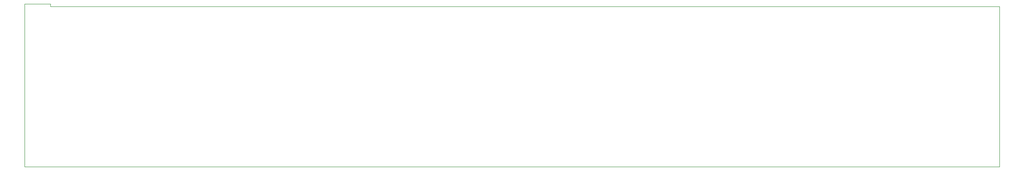
<source format=gbr>
%TF.GenerationSoftware,KiCad,Pcbnew,(5.1.9)-1*%
%TF.CreationDate,2021-05-28T12:30:45-05:00*%
%TF.ProjectId,MCD QSB,4d434420-5153-4422-9e6b-696361645f70,rev?*%
%TF.SameCoordinates,Original*%
%TF.FileFunction,Profile,NP*%
%FSLAX46Y46*%
G04 Gerber Fmt 4.6, Leading zero omitted, Abs format (unit mm)*
G04 Created by KiCad (PCBNEW (5.1.9)-1) date 2021-05-28 12:30:45*
%MOMM*%
%LPD*%
G01*
G04 APERTURE LIST*
%TA.AperFunction,Profile*%
%ADD10C,0.050000*%
%TD*%
G04 APERTURE END LIST*
D10*
X54864000Y-120396000D02*
X54864000Y-120396000D01*
X55880000Y-120396000D02*
X54864000Y-120396000D01*
X54864000Y-88392000D02*
X54864000Y-88900000D01*
X241300000Y-88900000D02*
X54864000Y-88900000D01*
X241300000Y-88900000D02*
X241300000Y-120396000D01*
X54864000Y-88392000D02*
X54864000Y-88392000D01*
X49784000Y-88392000D02*
X54864000Y-88392000D01*
X49784000Y-120396000D02*
X49784000Y-88392000D01*
X54864000Y-120396000D02*
X49784000Y-120396000D01*
X241300000Y-120396000D02*
X55880000Y-120396000D01*
M02*

</source>
